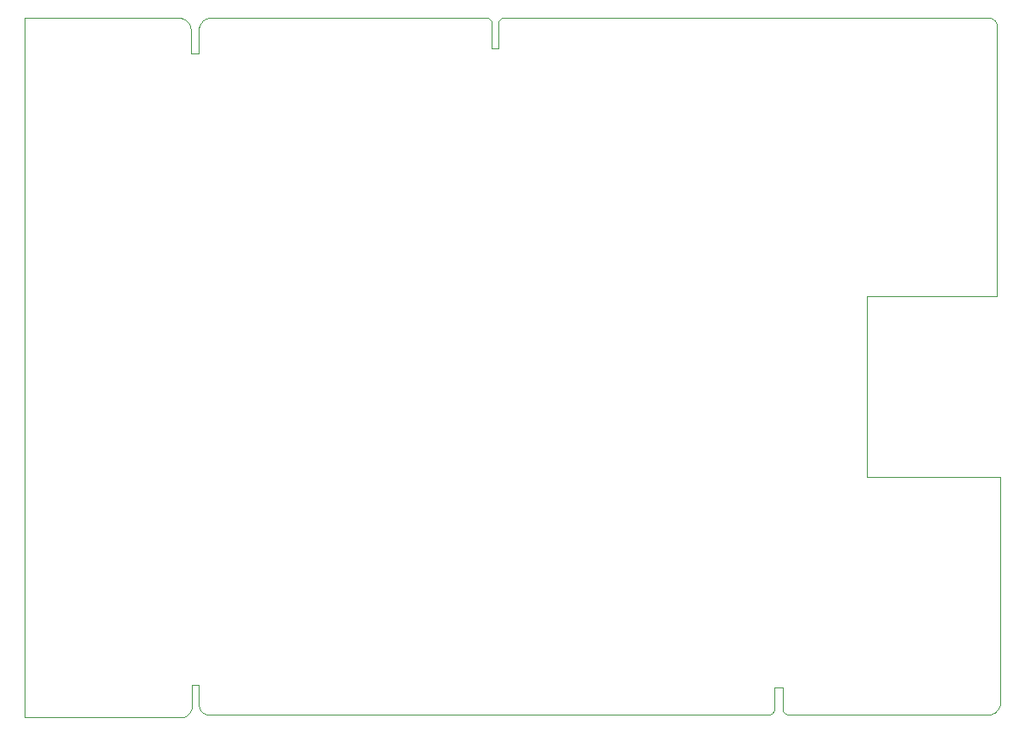
<source format=gbp>
G75*
G70*
%OFA0B0*%
%FSLAX24Y24*%
%IPPOS*%
%LPD*%
%AMOC8*
5,1,8,0,0,1.08239X$1,22.5*
%
%ADD10C,0.0000*%
D10*
X000474Y003346D02*
X006615Y003346D01*
X006616Y003346D02*
X006657Y003350D01*
X006699Y003358D01*
X006739Y003369D01*
X006778Y003384D01*
X006815Y003403D01*
X006851Y003425D01*
X006884Y003450D01*
X006915Y003478D01*
X006944Y003509D01*
X006969Y003542D01*
X006991Y003577D01*
X007010Y003615D01*
X007025Y003654D01*
X007037Y003694D01*
X007044Y003735D01*
X007048Y003777D01*
X007049Y003819D01*
X007049Y004626D01*
X007324Y004626D01*
X007324Y003858D01*
X007323Y003821D01*
X007327Y003784D01*
X007334Y003748D01*
X007344Y003713D01*
X007358Y003679D01*
X007376Y003646D01*
X007396Y003616D01*
X007419Y003587D01*
X007445Y003561D01*
X007474Y003538D01*
X007504Y003517D01*
X007536Y003500D01*
X007570Y003485D01*
X007606Y003475D01*
X007642Y003467D01*
X007678Y003464D01*
X029686Y003464D01*
X029714Y003466D01*
X029742Y003471D01*
X029770Y003479D01*
X029796Y003491D01*
X029820Y003506D01*
X029842Y003523D01*
X029863Y003544D01*
X029880Y003566D01*
X029895Y003590D01*
X029907Y003616D01*
X029915Y003644D01*
X029920Y003672D01*
X029922Y003700D01*
X029923Y003700D02*
X029923Y004527D01*
X030237Y004527D01*
X030237Y003700D01*
X030238Y003700D02*
X030240Y003672D01*
X030245Y003644D01*
X030253Y003616D01*
X030265Y003590D01*
X030280Y003566D01*
X030297Y003544D01*
X030318Y003523D01*
X030340Y003506D01*
X030364Y003491D01*
X030390Y003479D01*
X030418Y003471D01*
X030446Y003466D01*
X030474Y003464D01*
X038249Y003464D01*
X038249Y003465D02*
X038290Y003461D01*
X038332Y003462D01*
X038373Y003465D01*
X038414Y003473D01*
X038454Y003484D01*
X038493Y003498D01*
X038531Y003516D01*
X038566Y003537D01*
X038600Y003561D01*
X038632Y003588D01*
X038661Y003618D01*
X038688Y003650D01*
X038711Y003684D01*
X038732Y003720D01*
X038749Y003758D01*
X038763Y003797D01*
X038773Y003837D01*
X038780Y003878D01*
X038781Y003878D02*
X038781Y012795D01*
X033545Y012795D01*
X033545Y019882D01*
X038663Y019882D01*
X038663Y030511D01*
X038656Y030548D01*
X038645Y030583D01*
X038630Y030617D01*
X038612Y030650D01*
X038591Y030681D01*
X038567Y030709D01*
X038541Y030735D01*
X038512Y030759D01*
X038481Y030779D01*
X038448Y030796D01*
X038413Y030810D01*
X038378Y030820D01*
X038341Y030827D01*
X038304Y030831D01*
X038267Y030830D01*
X038230Y030826D01*
X019273Y030826D01*
X019245Y030819D01*
X019217Y030809D01*
X019192Y030796D01*
X019168Y030780D01*
X019146Y030762D01*
X019126Y030740D01*
X019109Y030717D01*
X019096Y030692D01*
X019085Y030665D01*
X019078Y030637D01*
X019074Y030608D01*
X019073Y030579D01*
X019076Y030551D01*
X019076Y029626D01*
X018820Y029626D01*
X018820Y030551D01*
X018823Y030579D01*
X018822Y030608D01*
X018818Y030637D01*
X018811Y030665D01*
X018800Y030692D01*
X018787Y030717D01*
X018770Y030740D01*
X018750Y030762D01*
X018728Y030780D01*
X018704Y030796D01*
X018679Y030809D01*
X018651Y030819D01*
X018623Y030826D01*
X007797Y030826D01*
X007756Y030824D01*
X007715Y030819D01*
X007675Y030810D01*
X007636Y030798D01*
X007598Y030782D01*
X007561Y030763D01*
X007526Y030741D01*
X007494Y030716D01*
X007463Y030688D01*
X007435Y030657D01*
X007410Y030625D01*
X007388Y030590D01*
X007369Y030553D01*
X007353Y030515D01*
X007341Y030476D01*
X007332Y030436D01*
X007327Y030395D01*
X007325Y030354D01*
X007324Y030354D02*
X007324Y029409D01*
X007009Y029409D01*
X007009Y030354D01*
X007010Y030354D02*
X007006Y030397D01*
X006999Y030439D01*
X006988Y030481D01*
X006973Y030521D01*
X006955Y030560D01*
X006934Y030597D01*
X006909Y030633D01*
X006882Y030666D01*
X006851Y030696D01*
X006819Y030724D01*
X006783Y030749D01*
X006746Y030770D01*
X006707Y030789D01*
X006667Y030804D01*
X006625Y030815D01*
X006583Y030823D01*
X006540Y030826D01*
X006497Y030827D01*
X006497Y030826D02*
X000474Y030826D01*
X000474Y003346D01*
M02*

</source>
